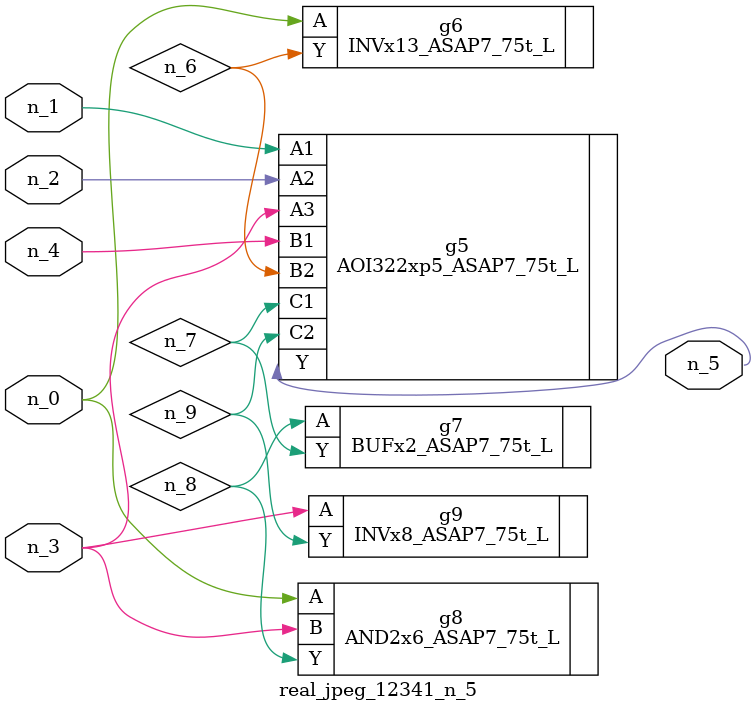
<source format=v>
module real_jpeg_12341_n_5 (n_4, n_0, n_1, n_2, n_3, n_5);

input n_4;
input n_0;
input n_1;
input n_2;
input n_3;

output n_5;

wire n_8;
wire n_6;
wire n_7;
wire n_9;

INVx13_ASAP7_75t_L g6 ( 
.A(n_0),
.Y(n_6)
);

AND2x6_ASAP7_75t_L g8 ( 
.A(n_0),
.B(n_3),
.Y(n_8)
);

AOI322xp5_ASAP7_75t_L g5 ( 
.A1(n_1),
.A2(n_2),
.A3(n_3),
.B1(n_4),
.B2(n_6),
.C1(n_7),
.C2(n_9),
.Y(n_5)
);

INVx8_ASAP7_75t_L g9 ( 
.A(n_3),
.Y(n_9)
);

BUFx2_ASAP7_75t_L g7 ( 
.A(n_8),
.Y(n_7)
);


endmodule
</source>
